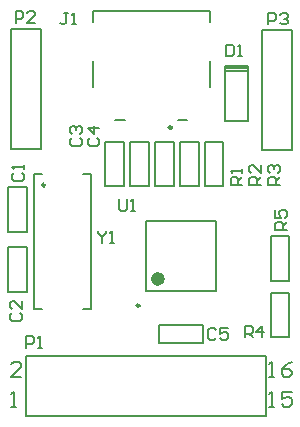
<source format=gto>
%FSLAX44Y44*%
%MOMM*%
G71*
G01*
G75*
G04 Layer_Color=65535*
%ADD10R,1.2000X1.2000*%
%ADD11R,1.0000X1.3000*%
%ADD12R,2.0000X5.5000*%
%ADD13O,0.5000X1.6500*%
%ADD14O,1.6500X0.5000*%
%ADD15R,1.3000X1.0000*%
%ADD16R,2.0000X2.5000*%
%ADD17R,0.5000X2.3000*%
%ADD18C,0.3000*%
%ADD19C,0.4000*%
%ADD20C,0.2000*%
%ADD21C,1.5000*%
%ADD22R,1.5000X1.5000*%
%ADD23R,1.5000X1.5000*%
%ADD24C,0.6000*%
%ADD25C,1.0000*%
%ADD26C,0.2500*%
%ADD27C,0.6000*%
%ADD28C,0.1800*%
%ADD29C,0.2032*%
D20*
X187000Y254000D02*
X207000D01*
X187000D02*
Y301000D01*
X207000Y254000D02*
Y301000D01*
X187000D02*
X207000D01*
X187000Y299000D02*
X207000D01*
X187000Y297000D02*
X207000D01*
X19050Y55610D02*
X222250D01*
X19050Y4810D02*
X222250D01*
X19050D02*
Y55610D01*
X222250Y4810D02*
Y55610D01*
X6350Y331900D02*
X31750D01*
Y230300D02*
Y331900D01*
X6350Y230300D02*
Y331900D01*
Y230300D02*
X31750D01*
X66800Y209480D02*
X74300D01*
X25300Y95480D02*
X32800D01*
X25300D02*
Y209480D01*
X32800D01*
X66800Y95480D02*
X74300D01*
Y209480D01*
X120500Y110500D02*
X179500D01*
X120500Y169500D02*
X179500D01*
X120500Y110500D02*
Y169500D01*
X179500Y110500D02*
Y169500D01*
X218900Y331550D02*
X244300D01*
Y229950D02*
Y331550D01*
X218900Y229950D02*
Y331550D01*
Y229950D02*
X244300D01*
X147500Y255170D02*
X155500D01*
X94501D02*
X102500D01*
X174501Y338170D02*
Y347170D01*
Y283170D02*
Y305170D01*
X75500Y283170D02*
Y305170D01*
Y338170D02*
Y347170D01*
X174501D01*
X8449Y209944D02*
X6783Y208278D01*
Y204946D01*
X8449Y203280D01*
X15114D01*
X16780Y204946D01*
Y208278D01*
X15114Y209944D01*
X16780Y213277D02*
Y216609D01*
Y214943D01*
X6783D01*
X8449Y213277D01*
X7179Y91834D02*
X5513Y90168D01*
Y86836D01*
X7179Y85170D01*
X13844D01*
X15510Y86836D01*
Y90168D01*
X13844Y91834D01*
X15510Y101831D02*
Y95167D01*
X8845Y101831D01*
X7179D01*
X5513Y100165D01*
Y96833D01*
X7179Y95167D01*
X57669Y239664D02*
X56003Y237998D01*
Y234666D01*
X57669Y233000D01*
X64334D01*
X66000Y234666D01*
Y237998D01*
X64334Y239664D01*
X57669Y242997D02*
X56003Y244663D01*
Y247995D01*
X57669Y249661D01*
X59335D01*
X61002Y247995D01*
Y246329D01*
Y247995D01*
X62668Y249661D01*
X64334D01*
X66000Y247995D01*
Y244663D01*
X64334Y242997D01*
X72669Y239664D02*
X71003Y237998D01*
Y234666D01*
X72669Y233000D01*
X79334D01*
X81000Y234666D01*
Y237998D01*
X79334Y239664D01*
X81000Y247995D02*
X71003D01*
X76002Y242997D01*
Y249661D01*
X179664Y77331D02*
X177998Y78997D01*
X174666D01*
X173000Y77331D01*
Y70666D01*
X174666Y69000D01*
X177998D01*
X179664Y70666D01*
X189661Y78997D02*
X182997D01*
Y73998D01*
X186329Y75665D01*
X187995D01*
X189661Y73998D01*
Y70666D01*
X187995Y69000D01*
X184663D01*
X182997Y70666D01*
X188024Y319031D02*
Y309034D01*
X193022D01*
X194688Y310700D01*
Y317365D01*
X193022Y319031D01*
X188024D01*
X198021Y309034D02*
X201353D01*
X199687D01*
Y319031D01*
X198021Y317365D01*
X54665Y345997D02*
X51332D01*
X52998D01*
Y337666D01*
X51332Y336000D01*
X49666D01*
X48000Y337666D01*
X57997Y336000D02*
X61329D01*
X59663D01*
Y345997D01*
X57997Y344331D01*
X19000Y62000D02*
Y71997D01*
X23998D01*
X25665Y70331D01*
Y66998D01*
X23998Y65332D01*
X19000D01*
X28997Y62000D02*
X32329D01*
X30663D01*
Y71997D01*
X28997Y70331D01*
X10000Y337000D02*
Y346997D01*
X14998D01*
X16665Y345331D01*
Y341998D01*
X14998Y340332D01*
X10000D01*
X26661Y337000D02*
X19997D01*
X26661Y343665D01*
Y345331D01*
X24995Y346997D01*
X21663D01*
X19997Y345331D01*
X224000Y336000D02*
Y345997D01*
X228998D01*
X230665Y344331D01*
Y340998D01*
X228998Y339332D01*
X224000D01*
X233997Y344331D02*
X235663Y345997D01*
X238995D01*
X240661Y344331D01*
Y342664D01*
X238995Y340998D01*
X237329D01*
X238995D01*
X240661Y339332D01*
Y337666D01*
X238995Y336000D01*
X235663D01*
X233997Y337666D01*
X202000Y200000D02*
X192003D01*
Y204998D01*
X193669Y206665D01*
X197002D01*
X198668Y204998D01*
Y200000D01*
Y203332D02*
X202000Y206665D01*
Y209997D02*
Y213329D01*
Y211663D01*
X192003D01*
X193669Y209997D01*
X218000Y200000D02*
X208003D01*
Y204998D01*
X209669Y206665D01*
X213002D01*
X214668Y204998D01*
Y200000D01*
Y203332D02*
X218000Y206665D01*
Y216661D02*
Y209997D01*
X211336Y216661D01*
X209669D01*
X208003Y214995D01*
Y211663D01*
X209669Y209997D01*
X234000Y200000D02*
X224003D01*
Y204998D01*
X225669Y206665D01*
X229002D01*
X230668Y204998D01*
Y200000D01*
Y203332D02*
X234000Y206665D01*
X225669Y209997D02*
X224003Y211663D01*
Y214995D01*
X225669Y216661D01*
X227335D01*
X229002Y214995D01*
Y213329D01*
Y214995D01*
X230668Y216661D01*
X232334D01*
X234000Y214995D01*
Y211663D01*
X232334Y209997D01*
X204000Y71000D02*
Y80997D01*
X208998D01*
X210665Y79331D01*
Y75998D01*
X208998Y74332D01*
X204000D01*
X207332D02*
X210665Y71000D01*
X218995D02*
Y80997D01*
X213997Y75998D01*
X220661D01*
X240000Y162000D02*
X230003D01*
Y166998D01*
X231669Y168664D01*
X235002D01*
X236668Y166998D01*
Y162000D01*
Y165332D02*
X240000Y168664D01*
X230003Y178661D02*
Y171997D01*
X235002D01*
X233335Y175329D01*
Y176995D01*
X235002Y178661D01*
X238334D01*
X240000Y176995D01*
Y173663D01*
X238334Y171997D01*
X98000Y187997D02*
Y179666D01*
X99666Y178000D01*
X102998D01*
X104664Y179666D01*
Y187997D01*
X107997Y178000D02*
X111329D01*
X109663D01*
Y187997D01*
X107997Y186331D01*
X80000Y160997D02*
Y159331D01*
X83332Y155998D01*
X86664Y159331D01*
Y160997D01*
X83332Y155998D02*
Y151000D01*
X89997D02*
X93329D01*
X91663D01*
Y160997D01*
X89997Y159331D01*
D26*
X35050Y199980D02*
G03*
X35050Y199980I-1250J0D01*
G01*
X115000Y98000D02*
G03*
X115000Y98000I-1250J0D01*
G01*
X142250Y248670D02*
G03*
X142250Y248670I-1250J0D01*
G01*
D27*
X133500Y120500D02*
G03*
X133500Y120500I-3000J0D01*
G01*
D28*
X3800Y160250D02*
Y198050D01*
Y160250D02*
X19600D01*
Y198050D01*
X3800D02*
X19600D01*
Y109450D02*
Y147250D01*
X3800D02*
X19600D01*
X3800Y109450D02*
Y147250D01*
Y109450D02*
X19600D01*
X143900Y199100D02*
Y236900D01*
X128100D02*
X143900D01*
X128100Y199100D02*
Y236900D01*
Y199100D02*
X143900D01*
X164900D02*
Y236900D01*
X149100D02*
X164900D01*
X149100Y199100D02*
Y236900D01*
Y199100D02*
X164900D01*
X131100Y81900D02*
X168900D01*
X131100Y66100D02*
Y81900D01*
Y66100D02*
X168900D01*
Y81900D01*
X241900Y71100D02*
Y108900D01*
X226100D02*
X241900D01*
X226100Y71100D02*
Y108900D01*
Y71100D02*
X241900D01*
X86100Y199100D02*
Y236900D01*
Y199100D02*
X101900D01*
Y236900D01*
X86100D02*
X101900D01*
X107100Y199100D02*
Y236900D01*
Y199100D02*
X122900D01*
Y236900D01*
X107100D02*
X122900D01*
X170100Y199100D02*
Y236900D01*
Y199100D02*
X185900D01*
Y236900D01*
X170100D02*
X185900D01*
X226100Y119100D02*
Y156900D01*
Y119100D02*
X241900D01*
Y156900D01*
X226100D02*
X241900D01*
D29*
X224790Y37830D02*
X229022D01*
X226906D01*
Y50526D01*
X224790Y48410D01*
X243834Y50526D02*
X239602Y48410D01*
X235370Y44178D01*
Y39946D01*
X237486Y37830D01*
X241718D01*
X243834Y39946D01*
Y42062D01*
X241718Y44178D01*
X235370D01*
X224790Y12430D02*
X229022D01*
X226906D01*
Y25126D01*
X224790Y23010D01*
X243834Y25126D02*
X235370D01*
Y18778D01*
X239602Y20894D01*
X241718D01*
X243834Y18778D01*
Y14546D01*
X241718Y12430D01*
X237486D01*
X235370Y14546D01*
X6350Y12430D02*
X10582D01*
X8466D01*
Y25126D01*
X6350Y23010D01*
X14814Y37830D02*
X6350D01*
X14814Y46294D01*
Y48410D01*
X12698Y50526D01*
X8466D01*
X6350Y48410D01*
M02*

</source>
